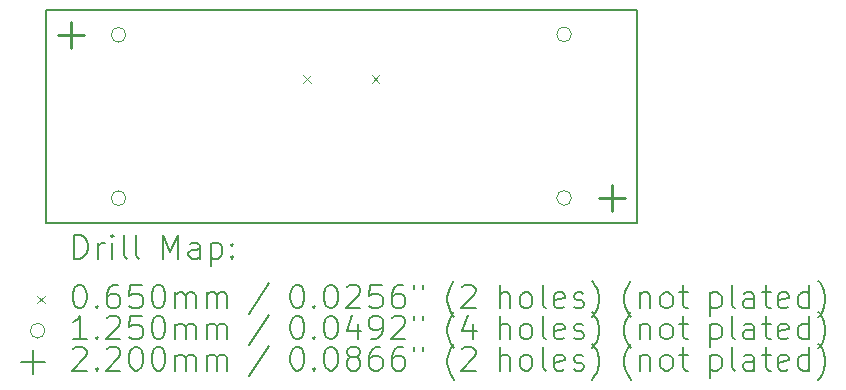
<source format=gbr>
%TF.GenerationSoftware,KiCad,Pcbnew,(7.0.0-0)*%
%TF.CreationDate,2023-08-09T13:50:22+02:00*%
%TF.ProjectId,shine-usb-c,7368696e-652d-4757-9362-2d632e6b6963,1*%
%TF.SameCoordinates,Original*%
%TF.FileFunction,Drillmap*%
%TF.FilePolarity,Positive*%
%FSLAX45Y45*%
G04 Gerber Fmt 4.5, Leading zero omitted, Abs format (unit mm)*
G04 Created by KiCad (PCBNEW (7.0.0-0)) date 2023-08-09 13:50:22*
%MOMM*%
%LPD*%
G01*
G04 APERTURE LIST*
%ADD10C,0.200000*%
%ADD11C,0.065000*%
%ADD12C,0.125000*%
%ADD13C,0.220000*%
G04 APERTURE END LIST*
D10*
X12800000Y-8700000D02*
X17800000Y-8700000D01*
X17800000Y-8700000D02*
X17800000Y-10500000D01*
X17800000Y-10500000D02*
X12800000Y-10500000D01*
X12800000Y-10500000D02*
X12800000Y-8700000D01*
D11*
X14978500Y-9253000D02*
X15043500Y-9318000D01*
X15043500Y-9253000D02*
X14978500Y-9318000D01*
X15556500Y-9253000D02*
X15621500Y-9318000D01*
X15621500Y-9253000D02*
X15556500Y-9318000D01*
D12*
X13475000Y-8910000D02*
G75*
G03*
X13475000Y-8910000I-62500J0D01*
G01*
X13475000Y-10292500D02*
G75*
G03*
X13475000Y-10292500I-62500J0D01*
G01*
X17247500Y-8905000D02*
G75*
G03*
X17247500Y-8905000I-62500J0D01*
G01*
X17247500Y-10290000D02*
G75*
G03*
X17247500Y-10290000I-62500J0D01*
G01*
D13*
X13010000Y-8800000D02*
X13010000Y-9020000D01*
X12900000Y-8910000D02*
X13120000Y-8910000D01*
X17590000Y-10180000D02*
X17590000Y-10400000D01*
X17480000Y-10290000D02*
X17700000Y-10290000D01*
D10*
X13037619Y-10803476D02*
X13037619Y-10603476D01*
X13037619Y-10603476D02*
X13085238Y-10603476D01*
X13085238Y-10603476D02*
X13113809Y-10613000D01*
X13113809Y-10613000D02*
X13132857Y-10632048D01*
X13132857Y-10632048D02*
X13142381Y-10651095D01*
X13142381Y-10651095D02*
X13151905Y-10689190D01*
X13151905Y-10689190D02*
X13151905Y-10717762D01*
X13151905Y-10717762D02*
X13142381Y-10755857D01*
X13142381Y-10755857D02*
X13132857Y-10774905D01*
X13132857Y-10774905D02*
X13113809Y-10793952D01*
X13113809Y-10793952D02*
X13085238Y-10803476D01*
X13085238Y-10803476D02*
X13037619Y-10803476D01*
X13237619Y-10803476D02*
X13237619Y-10670143D01*
X13237619Y-10708238D02*
X13247143Y-10689190D01*
X13247143Y-10689190D02*
X13256667Y-10679667D01*
X13256667Y-10679667D02*
X13275714Y-10670143D01*
X13275714Y-10670143D02*
X13294762Y-10670143D01*
X13361428Y-10803476D02*
X13361428Y-10670143D01*
X13361428Y-10603476D02*
X13351905Y-10613000D01*
X13351905Y-10613000D02*
X13361428Y-10622524D01*
X13361428Y-10622524D02*
X13370952Y-10613000D01*
X13370952Y-10613000D02*
X13361428Y-10603476D01*
X13361428Y-10603476D02*
X13361428Y-10622524D01*
X13485238Y-10803476D02*
X13466190Y-10793952D01*
X13466190Y-10793952D02*
X13456667Y-10774905D01*
X13456667Y-10774905D02*
X13456667Y-10603476D01*
X13590000Y-10803476D02*
X13570952Y-10793952D01*
X13570952Y-10793952D02*
X13561428Y-10774905D01*
X13561428Y-10774905D02*
X13561428Y-10603476D01*
X13786190Y-10803476D02*
X13786190Y-10603476D01*
X13786190Y-10603476D02*
X13852857Y-10746333D01*
X13852857Y-10746333D02*
X13919524Y-10603476D01*
X13919524Y-10603476D02*
X13919524Y-10803476D01*
X14100476Y-10803476D02*
X14100476Y-10698714D01*
X14100476Y-10698714D02*
X14090952Y-10679667D01*
X14090952Y-10679667D02*
X14071905Y-10670143D01*
X14071905Y-10670143D02*
X14033809Y-10670143D01*
X14033809Y-10670143D02*
X14014762Y-10679667D01*
X14100476Y-10793952D02*
X14081428Y-10803476D01*
X14081428Y-10803476D02*
X14033809Y-10803476D01*
X14033809Y-10803476D02*
X14014762Y-10793952D01*
X14014762Y-10793952D02*
X14005238Y-10774905D01*
X14005238Y-10774905D02*
X14005238Y-10755857D01*
X14005238Y-10755857D02*
X14014762Y-10736810D01*
X14014762Y-10736810D02*
X14033809Y-10727286D01*
X14033809Y-10727286D02*
X14081428Y-10727286D01*
X14081428Y-10727286D02*
X14100476Y-10717762D01*
X14195714Y-10670143D02*
X14195714Y-10870143D01*
X14195714Y-10679667D02*
X14214762Y-10670143D01*
X14214762Y-10670143D02*
X14252857Y-10670143D01*
X14252857Y-10670143D02*
X14271905Y-10679667D01*
X14271905Y-10679667D02*
X14281428Y-10689190D01*
X14281428Y-10689190D02*
X14290952Y-10708238D01*
X14290952Y-10708238D02*
X14290952Y-10765381D01*
X14290952Y-10765381D02*
X14281428Y-10784429D01*
X14281428Y-10784429D02*
X14271905Y-10793952D01*
X14271905Y-10793952D02*
X14252857Y-10803476D01*
X14252857Y-10803476D02*
X14214762Y-10803476D01*
X14214762Y-10803476D02*
X14195714Y-10793952D01*
X14376667Y-10784429D02*
X14386190Y-10793952D01*
X14386190Y-10793952D02*
X14376667Y-10803476D01*
X14376667Y-10803476D02*
X14367143Y-10793952D01*
X14367143Y-10793952D02*
X14376667Y-10784429D01*
X14376667Y-10784429D02*
X14376667Y-10803476D01*
X14376667Y-10679667D02*
X14386190Y-10689190D01*
X14386190Y-10689190D02*
X14376667Y-10698714D01*
X14376667Y-10698714D02*
X14367143Y-10689190D01*
X14367143Y-10689190D02*
X14376667Y-10679667D01*
X14376667Y-10679667D02*
X14376667Y-10698714D01*
D11*
X12725000Y-11117500D02*
X12790000Y-11182500D01*
X12790000Y-11117500D02*
X12725000Y-11182500D01*
D10*
X13075714Y-11023476D02*
X13094762Y-11023476D01*
X13094762Y-11023476D02*
X13113809Y-11033000D01*
X13113809Y-11033000D02*
X13123333Y-11042524D01*
X13123333Y-11042524D02*
X13132857Y-11061571D01*
X13132857Y-11061571D02*
X13142381Y-11099667D01*
X13142381Y-11099667D02*
X13142381Y-11147286D01*
X13142381Y-11147286D02*
X13132857Y-11185381D01*
X13132857Y-11185381D02*
X13123333Y-11204428D01*
X13123333Y-11204428D02*
X13113809Y-11213952D01*
X13113809Y-11213952D02*
X13094762Y-11223476D01*
X13094762Y-11223476D02*
X13075714Y-11223476D01*
X13075714Y-11223476D02*
X13056667Y-11213952D01*
X13056667Y-11213952D02*
X13047143Y-11204428D01*
X13047143Y-11204428D02*
X13037619Y-11185381D01*
X13037619Y-11185381D02*
X13028095Y-11147286D01*
X13028095Y-11147286D02*
X13028095Y-11099667D01*
X13028095Y-11099667D02*
X13037619Y-11061571D01*
X13037619Y-11061571D02*
X13047143Y-11042524D01*
X13047143Y-11042524D02*
X13056667Y-11033000D01*
X13056667Y-11033000D02*
X13075714Y-11023476D01*
X13228095Y-11204428D02*
X13237619Y-11213952D01*
X13237619Y-11213952D02*
X13228095Y-11223476D01*
X13228095Y-11223476D02*
X13218571Y-11213952D01*
X13218571Y-11213952D02*
X13228095Y-11204428D01*
X13228095Y-11204428D02*
X13228095Y-11223476D01*
X13409048Y-11023476D02*
X13370952Y-11023476D01*
X13370952Y-11023476D02*
X13351905Y-11033000D01*
X13351905Y-11033000D02*
X13342381Y-11042524D01*
X13342381Y-11042524D02*
X13323333Y-11071095D01*
X13323333Y-11071095D02*
X13313809Y-11109190D01*
X13313809Y-11109190D02*
X13313809Y-11185381D01*
X13313809Y-11185381D02*
X13323333Y-11204428D01*
X13323333Y-11204428D02*
X13332857Y-11213952D01*
X13332857Y-11213952D02*
X13351905Y-11223476D01*
X13351905Y-11223476D02*
X13390000Y-11223476D01*
X13390000Y-11223476D02*
X13409048Y-11213952D01*
X13409048Y-11213952D02*
X13418571Y-11204428D01*
X13418571Y-11204428D02*
X13428095Y-11185381D01*
X13428095Y-11185381D02*
X13428095Y-11137762D01*
X13428095Y-11137762D02*
X13418571Y-11118714D01*
X13418571Y-11118714D02*
X13409048Y-11109190D01*
X13409048Y-11109190D02*
X13390000Y-11099667D01*
X13390000Y-11099667D02*
X13351905Y-11099667D01*
X13351905Y-11099667D02*
X13332857Y-11109190D01*
X13332857Y-11109190D02*
X13323333Y-11118714D01*
X13323333Y-11118714D02*
X13313809Y-11137762D01*
X13609048Y-11023476D02*
X13513809Y-11023476D01*
X13513809Y-11023476D02*
X13504286Y-11118714D01*
X13504286Y-11118714D02*
X13513809Y-11109190D01*
X13513809Y-11109190D02*
X13532857Y-11099667D01*
X13532857Y-11099667D02*
X13580476Y-11099667D01*
X13580476Y-11099667D02*
X13599524Y-11109190D01*
X13599524Y-11109190D02*
X13609048Y-11118714D01*
X13609048Y-11118714D02*
X13618571Y-11137762D01*
X13618571Y-11137762D02*
X13618571Y-11185381D01*
X13618571Y-11185381D02*
X13609048Y-11204428D01*
X13609048Y-11204428D02*
X13599524Y-11213952D01*
X13599524Y-11213952D02*
X13580476Y-11223476D01*
X13580476Y-11223476D02*
X13532857Y-11223476D01*
X13532857Y-11223476D02*
X13513809Y-11213952D01*
X13513809Y-11213952D02*
X13504286Y-11204428D01*
X13742381Y-11023476D02*
X13761429Y-11023476D01*
X13761429Y-11023476D02*
X13780476Y-11033000D01*
X13780476Y-11033000D02*
X13790000Y-11042524D01*
X13790000Y-11042524D02*
X13799524Y-11061571D01*
X13799524Y-11061571D02*
X13809048Y-11099667D01*
X13809048Y-11099667D02*
X13809048Y-11147286D01*
X13809048Y-11147286D02*
X13799524Y-11185381D01*
X13799524Y-11185381D02*
X13790000Y-11204428D01*
X13790000Y-11204428D02*
X13780476Y-11213952D01*
X13780476Y-11213952D02*
X13761429Y-11223476D01*
X13761429Y-11223476D02*
X13742381Y-11223476D01*
X13742381Y-11223476D02*
X13723333Y-11213952D01*
X13723333Y-11213952D02*
X13713809Y-11204428D01*
X13713809Y-11204428D02*
X13704286Y-11185381D01*
X13704286Y-11185381D02*
X13694762Y-11147286D01*
X13694762Y-11147286D02*
X13694762Y-11099667D01*
X13694762Y-11099667D02*
X13704286Y-11061571D01*
X13704286Y-11061571D02*
X13713809Y-11042524D01*
X13713809Y-11042524D02*
X13723333Y-11033000D01*
X13723333Y-11033000D02*
X13742381Y-11023476D01*
X13894762Y-11223476D02*
X13894762Y-11090143D01*
X13894762Y-11109190D02*
X13904286Y-11099667D01*
X13904286Y-11099667D02*
X13923333Y-11090143D01*
X13923333Y-11090143D02*
X13951905Y-11090143D01*
X13951905Y-11090143D02*
X13970952Y-11099667D01*
X13970952Y-11099667D02*
X13980476Y-11118714D01*
X13980476Y-11118714D02*
X13980476Y-11223476D01*
X13980476Y-11118714D02*
X13990000Y-11099667D01*
X13990000Y-11099667D02*
X14009048Y-11090143D01*
X14009048Y-11090143D02*
X14037619Y-11090143D01*
X14037619Y-11090143D02*
X14056667Y-11099667D01*
X14056667Y-11099667D02*
X14066190Y-11118714D01*
X14066190Y-11118714D02*
X14066190Y-11223476D01*
X14161429Y-11223476D02*
X14161429Y-11090143D01*
X14161429Y-11109190D02*
X14170952Y-11099667D01*
X14170952Y-11099667D02*
X14190000Y-11090143D01*
X14190000Y-11090143D02*
X14218571Y-11090143D01*
X14218571Y-11090143D02*
X14237619Y-11099667D01*
X14237619Y-11099667D02*
X14247143Y-11118714D01*
X14247143Y-11118714D02*
X14247143Y-11223476D01*
X14247143Y-11118714D02*
X14256667Y-11099667D01*
X14256667Y-11099667D02*
X14275714Y-11090143D01*
X14275714Y-11090143D02*
X14304286Y-11090143D01*
X14304286Y-11090143D02*
X14323333Y-11099667D01*
X14323333Y-11099667D02*
X14332857Y-11118714D01*
X14332857Y-11118714D02*
X14332857Y-11223476D01*
X14690952Y-11013952D02*
X14519524Y-11271095D01*
X14915714Y-11023476D02*
X14934762Y-11023476D01*
X14934762Y-11023476D02*
X14953810Y-11033000D01*
X14953810Y-11033000D02*
X14963333Y-11042524D01*
X14963333Y-11042524D02*
X14972857Y-11061571D01*
X14972857Y-11061571D02*
X14982381Y-11099667D01*
X14982381Y-11099667D02*
X14982381Y-11147286D01*
X14982381Y-11147286D02*
X14972857Y-11185381D01*
X14972857Y-11185381D02*
X14963333Y-11204428D01*
X14963333Y-11204428D02*
X14953810Y-11213952D01*
X14953810Y-11213952D02*
X14934762Y-11223476D01*
X14934762Y-11223476D02*
X14915714Y-11223476D01*
X14915714Y-11223476D02*
X14896667Y-11213952D01*
X14896667Y-11213952D02*
X14887143Y-11204428D01*
X14887143Y-11204428D02*
X14877619Y-11185381D01*
X14877619Y-11185381D02*
X14868095Y-11147286D01*
X14868095Y-11147286D02*
X14868095Y-11099667D01*
X14868095Y-11099667D02*
X14877619Y-11061571D01*
X14877619Y-11061571D02*
X14887143Y-11042524D01*
X14887143Y-11042524D02*
X14896667Y-11033000D01*
X14896667Y-11033000D02*
X14915714Y-11023476D01*
X15068095Y-11204428D02*
X15077619Y-11213952D01*
X15077619Y-11213952D02*
X15068095Y-11223476D01*
X15068095Y-11223476D02*
X15058571Y-11213952D01*
X15058571Y-11213952D02*
X15068095Y-11204428D01*
X15068095Y-11204428D02*
X15068095Y-11223476D01*
X15201429Y-11023476D02*
X15220476Y-11023476D01*
X15220476Y-11023476D02*
X15239524Y-11033000D01*
X15239524Y-11033000D02*
X15249048Y-11042524D01*
X15249048Y-11042524D02*
X15258571Y-11061571D01*
X15258571Y-11061571D02*
X15268095Y-11099667D01*
X15268095Y-11099667D02*
X15268095Y-11147286D01*
X15268095Y-11147286D02*
X15258571Y-11185381D01*
X15258571Y-11185381D02*
X15249048Y-11204428D01*
X15249048Y-11204428D02*
X15239524Y-11213952D01*
X15239524Y-11213952D02*
X15220476Y-11223476D01*
X15220476Y-11223476D02*
X15201429Y-11223476D01*
X15201429Y-11223476D02*
X15182381Y-11213952D01*
X15182381Y-11213952D02*
X15172857Y-11204428D01*
X15172857Y-11204428D02*
X15163333Y-11185381D01*
X15163333Y-11185381D02*
X15153810Y-11147286D01*
X15153810Y-11147286D02*
X15153810Y-11099667D01*
X15153810Y-11099667D02*
X15163333Y-11061571D01*
X15163333Y-11061571D02*
X15172857Y-11042524D01*
X15172857Y-11042524D02*
X15182381Y-11033000D01*
X15182381Y-11033000D02*
X15201429Y-11023476D01*
X15344286Y-11042524D02*
X15353810Y-11033000D01*
X15353810Y-11033000D02*
X15372857Y-11023476D01*
X15372857Y-11023476D02*
X15420476Y-11023476D01*
X15420476Y-11023476D02*
X15439524Y-11033000D01*
X15439524Y-11033000D02*
X15449048Y-11042524D01*
X15449048Y-11042524D02*
X15458571Y-11061571D01*
X15458571Y-11061571D02*
X15458571Y-11080619D01*
X15458571Y-11080619D02*
X15449048Y-11109190D01*
X15449048Y-11109190D02*
X15334762Y-11223476D01*
X15334762Y-11223476D02*
X15458571Y-11223476D01*
X15639524Y-11023476D02*
X15544286Y-11023476D01*
X15544286Y-11023476D02*
X15534762Y-11118714D01*
X15534762Y-11118714D02*
X15544286Y-11109190D01*
X15544286Y-11109190D02*
X15563333Y-11099667D01*
X15563333Y-11099667D02*
X15610952Y-11099667D01*
X15610952Y-11099667D02*
X15630000Y-11109190D01*
X15630000Y-11109190D02*
X15639524Y-11118714D01*
X15639524Y-11118714D02*
X15649048Y-11137762D01*
X15649048Y-11137762D02*
X15649048Y-11185381D01*
X15649048Y-11185381D02*
X15639524Y-11204428D01*
X15639524Y-11204428D02*
X15630000Y-11213952D01*
X15630000Y-11213952D02*
X15610952Y-11223476D01*
X15610952Y-11223476D02*
X15563333Y-11223476D01*
X15563333Y-11223476D02*
X15544286Y-11213952D01*
X15544286Y-11213952D02*
X15534762Y-11204428D01*
X15820476Y-11023476D02*
X15782381Y-11023476D01*
X15782381Y-11023476D02*
X15763333Y-11033000D01*
X15763333Y-11033000D02*
X15753810Y-11042524D01*
X15753810Y-11042524D02*
X15734762Y-11071095D01*
X15734762Y-11071095D02*
X15725238Y-11109190D01*
X15725238Y-11109190D02*
X15725238Y-11185381D01*
X15725238Y-11185381D02*
X15734762Y-11204428D01*
X15734762Y-11204428D02*
X15744286Y-11213952D01*
X15744286Y-11213952D02*
X15763333Y-11223476D01*
X15763333Y-11223476D02*
X15801429Y-11223476D01*
X15801429Y-11223476D02*
X15820476Y-11213952D01*
X15820476Y-11213952D02*
X15830000Y-11204428D01*
X15830000Y-11204428D02*
X15839524Y-11185381D01*
X15839524Y-11185381D02*
X15839524Y-11137762D01*
X15839524Y-11137762D02*
X15830000Y-11118714D01*
X15830000Y-11118714D02*
X15820476Y-11109190D01*
X15820476Y-11109190D02*
X15801429Y-11099667D01*
X15801429Y-11099667D02*
X15763333Y-11099667D01*
X15763333Y-11099667D02*
X15744286Y-11109190D01*
X15744286Y-11109190D02*
X15734762Y-11118714D01*
X15734762Y-11118714D02*
X15725238Y-11137762D01*
X15915714Y-11023476D02*
X15915714Y-11061571D01*
X15991905Y-11023476D02*
X15991905Y-11061571D01*
X16254762Y-11299667D02*
X16245238Y-11290143D01*
X16245238Y-11290143D02*
X16226191Y-11261571D01*
X16226191Y-11261571D02*
X16216667Y-11242524D01*
X16216667Y-11242524D02*
X16207143Y-11213952D01*
X16207143Y-11213952D02*
X16197619Y-11166333D01*
X16197619Y-11166333D02*
X16197619Y-11128238D01*
X16197619Y-11128238D02*
X16207143Y-11080619D01*
X16207143Y-11080619D02*
X16216667Y-11052048D01*
X16216667Y-11052048D02*
X16226191Y-11033000D01*
X16226191Y-11033000D02*
X16245238Y-11004429D01*
X16245238Y-11004429D02*
X16254762Y-10994905D01*
X16321429Y-11042524D02*
X16330952Y-11033000D01*
X16330952Y-11033000D02*
X16350000Y-11023476D01*
X16350000Y-11023476D02*
X16397619Y-11023476D01*
X16397619Y-11023476D02*
X16416667Y-11033000D01*
X16416667Y-11033000D02*
X16426191Y-11042524D01*
X16426191Y-11042524D02*
X16435714Y-11061571D01*
X16435714Y-11061571D02*
X16435714Y-11080619D01*
X16435714Y-11080619D02*
X16426191Y-11109190D01*
X16426191Y-11109190D02*
X16311905Y-11223476D01*
X16311905Y-11223476D02*
X16435714Y-11223476D01*
X16641429Y-11223476D02*
X16641429Y-11023476D01*
X16727143Y-11223476D02*
X16727143Y-11118714D01*
X16727143Y-11118714D02*
X16717619Y-11099667D01*
X16717619Y-11099667D02*
X16698572Y-11090143D01*
X16698572Y-11090143D02*
X16670000Y-11090143D01*
X16670000Y-11090143D02*
X16650952Y-11099667D01*
X16650952Y-11099667D02*
X16641429Y-11109190D01*
X16850953Y-11223476D02*
X16831905Y-11213952D01*
X16831905Y-11213952D02*
X16822381Y-11204428D01*
X16822381Y-11204428D02*
X16812857Y-11185381D01*
X16812857Y-11185381D02*
X16812857Y-11128238D01*
X16812857Y-11128238D02*
X16822381Y-11109190D01*
X16822381Y-11109190D02*
X16831905Y-11099667D01*
X16831905Y-11099667D02*
X16850953Y-11090143D01*
X16850953Y-11090143D02*
X16879524Y-11090143D01*
X16879524Y-11090143D02*
X16898572Y-11099667D01*
X16898572Y-11099667D02*
X16908095Y-11109190D01*
X16908095Y-11109190D02*
X16917619Y-11128238D01*
X16917619Y-11128238D02*
X16917619Y-11185381D01*
X16917619Y-11185381D02*
X16908095Y-11204428D01*
X16908095Y-11204428D02*
X16898572Y-11213952D01*
X16898572Y-11213952D02*
X16879524Y-11223476D01*
X16879524Y-11223476D02*
X16850953Y-11223476D01*
X17031905Y-11223476D02*
X17012857Y-11213952D01*
X17012857Y-11213952D02*
X17003334Y-11194905D01*
X17003334Y-11194905D02*
X17003334Y-11023476D01*
X17184286Y-11213952D02*
X17165238Y-11223476D01*
X17165238Y-11223476D02*
X17127143Y-11223476D01*
X17127143Y-11223476D02*
X17108095Y-11213952D01*
X17108095Y-11213952D02*
X17098572Y-11194905D01*
X17098572Y-11194905D02*
X17098572Y-11118714D01*
X17098572Y-11118714D02*
X17108095Y-11099667D01*
X17108095Y-11099667D02*
X17127143Y-11090143D01*
X17127143Y-11090143D02*
X17165238Y-11090143D01*
X17165238Y-11090143D02*
X17184286Y-11099667D01*
X17184286Y-11099667D02*
X17193810Y-11118714D01*
X17193810Y-11118714D02*
X17193810Y-11137762D01*
X17193810Y-11137762D02*
X17098572Y-11156810D01*
X17270000Y-11213952D02*
X17289048Y-11223476D01*
X17289048Y-11223476D02*
X17327143Y-11223476D01*
X17327143Y-11223476D02*
X17346191Y-11213952D01*
X17346191Y-11213952D02*
X17355715Y-11194905D01*
X17355715Y-11194905D02*
X17355715Y-11185381D01*
X17355715Y-11185381D02*
X17346191Y-11166333D01*
X17346191Y-11166333D02*
X17327143Y-11156810D01*
X17327143Y-11156810D02*
X17298572Y-11156810D01*
X17298572Y-11156810D02*
X17279524Y-11147286D01*
X17279524Y-11147286D02*
X17270000Y-11128238D01*
X17270000Y-11128238D02*
X17270000Y-11118714D01*
X17270000Y-11118714D02*
X17279524Y-11099667D01*
X17279524Y-11099667D02*
X17298572Y-11090143D01*
X17298572Y-11090143D02*
X17327143Y-11090143D01*
X17327143Y-11090143D02*
X17346191Y-11099667D01*
X17422381Y-11299667D02*
X17431905Y-11290143D01*
X17431905Y-11290143D02*
X17450953Y-11261571D01*
X17450953Y-11261571D02*
X17460476Y-11242524D01*
X17460476Y-11242524D02*
X17470000Y-11213952D01*
X17470000Y-11213952D02*
X17479524Y-11166333D01*
X17479524Y-11166333D02*
X17479524Y-11128238D01*
X17479524Y-11128238D02*
X17470000Y-11080619D01*
X17470000Y-11080619D02*
X17460476Y-11052048D01*
X17460476Y-11052048D02*
X17450953Y-11033000D01*
X17450953Y-11033000D02*
X17431905Y-11004429D01*
X17431905Y-11004429D02*
X17422381Y-10994905D01*
X17751905Y-11299667D02*
X17742381Y-11290143D01*
X17742381Y-11290143D02*
X17723334Y-11261571D01*
X17723334Y-11261571D02*
X17713810Y-11242524D01*
X17713810Y-11242524D02*
X17704286Y-11213952D01*
X17704286Y-11213952D02*
X17694762Y-11166333D01*
X17694762Y-11166333D02*
X17694762Y-11128238D01*
X17694762Y-11128238D02*
X17704286Y-11080619D01*
X17704286Y-11080619D02*
X17713810Y-11052048D01*
X17713810Y-11052048D02*
X17723334Y-11033000D01*
X17723334Y-11033000D02*
X17742381Y-11004429D01*
X17742381Y-11004429D02*
X17751905Y-10994905D01*
X17828095Y-11090143D02*
X17828095Y-11223476D01*
X17828095Y-11109190D02*
X17837619Y-11099667D01*
X17837619Y-11099667D02*
X17856667Y-11090143D01*
X17856667Y-11090143D02*
X17885238Y-11090143D01*
X17885238Y-11090143D02*
X17904286Y-11099667D01*
X17904286Y-11099667D02*
X17913810Y-11118714D01*
X17913810Y-11118714D02*
X17913810Y-11223476D01*
X18037619Y-11223476D02*
X18018572Y-11213952D01*
X18018572Y-11213952D02*
X18009048Y-11204428D01*
X18009048Y-11204428D02*
X17999524Y-11185381D01*
X17999524Y-11185381D02*
X17999524Y-11128238D01*
X17999524Y-11128238D02*
X18009048Y-11109190D01*
X18009048Y-11109190D02*
X18018572Y-11099667D01*
X18018572Y-11099667D02*
X18037619Y-11090143D01*
X18037619Y-11090143D02*
X18066191Y-11090143D01*
X18066191Y-11090143D02*
X18085238Y-11099667D01*
X18085238Y-11099667D02*
X18094762Y-11109190D01*
X18094762Y-11109190D02*
X18104286Y-11128238D01*
X18104286Y-11128238D02*
X18104286Y-11185381D01*
X18104286Y-11185381D02*
X18094762Y-11204428D01*
X18094762Y-11204428D02*
X18085238Y-11213952D01*
X18085238Y-11213952D02*
X18066191Y-11223476D01*
X18066191Y-11223476D02*
X18037619Y-11223476D01*
X18161429Y-11090143D02*
X18237619Y-11090143D01*
X18190000Y-11023476D02*
X18190000Y-11194905D01*
X18190000Y-11194905D02*
X18199524Y-11213952D01*
X18199524Y-11213952D02*
X18218572Y-11223476D01*
X18218572Y-11223476D02*
X18237619Y-11223476D01*
X18424286Y-11090143D02*
X18424286Y-11290143D01*
X18424286Y-11099667D02*
X18443334Y-11090143D01*
X18443334Y-11090143D02*
X18481429Y-11090143D01*
X18481429Y-11090143D02*
X18500476Y-11099667D01*
X18500476Y-11099667D02*
X18510000Y-11109190D01*
X18510000Y-11109190D02*
X18519524Y-11128238D01*
X18519524Y-11128238D02*
X18519524Y-11185381D01*
X18519524Y-11185381D02*
X18510000Y-11204428D01*
X18510000Y-11204428D02*
X18500476Y-11213952D01*
X18500476Y-11213952D02*
X18481429Y-11223476D01*
X18481429Y-11223476D02*
X18443334Y-11223476D01*
X18443334Y-11223476D02*
X18424286Y-11213952D01*
X18633810Y-11223476D02*
X18614762Y-11213952D01*
X18614762Y-11213952D02*
X18605238Y-11194905D01*
X18605238Y-11194905D02*
X18605238Y-11023476D01*
X18795715Y-11223476D02*
X18795715Y-11118714D01*
X18795715Y-11118714D02*
X18786191Y-11099667D01*
X18786191Y-11099667D02*
X18767143Y-11090143D01*
X18767143Y-11090143D02*
X18729048Y-11090143D01*
X18729048Y-11090143D02*
X18710000Y-11099667D01*
X18795715Y-11213952D02*
X18776667Y-11223476D01*
X18776667Y-11223476D02*
X18729048Y-11223476D01*
X18729048Y-11223476D02*
X18710000Y-11213952D01*
X18710000Y-11213952D02*
X18700476Y-11194905D01*
X18700476Y-11194905D02*
X18700476Y-11175857D01*
X18700476Y-11175857D02*
X18710000Y-11156810D01*
X18710000Y-11156810D02*
X18729048Y-11147286D01*
X18729048Y-11147286D02*
X18776667Y-11147286D01*
X18776667Y-11147286D02*
X18795715Y-11137762D01*
X18862381Y-11090143D02*
X18938572Y-11090143D01*
X18890953Y-11023476D02*
X18890953Y-11194905D01*
X18890953Y-11194905D02*
X18900476Y-11213952D01*
X18900476Y-11213952D02*
X18919524Y-11223476D01*
X18919524Y-11223476D02*
X18938572Y-11223476D01*
X19081429Y-11213952D02*
X19062381Y-11223476D01*
X19062381Y-11223476D02*
X19024286Y-11223476D01*
X19024286Y-11223476D02*
X19005238Y-11213952D01*
X19005238Y-11213952D02*
X18995715Y-11194905D01*
X18995715Y-11194905D02*
X18995715Y-11118714D01*
X18995715Y-11118714D02*
X19005238Y-11099667D01*
X19005238Y-11099667D02*
X19024286Y-11090143D01*
X19024286Y-11090143D02*
X19062381Y-11090143D01*
X19062381Y-11090143D02*
X19081429Y-11099667D01*
X19081429Y-11099667D02*
X19090953Y-11118714D01*
X19090953Y-11118714D02*
X19090953Y-11137762D01*
X19090953Y-11137762D02*
X18995715Y-11156810D01*
X19262381Y-11223476D02*
X19262381Y-11023476D01*
X19262381Y-11213952D02*
X19243334Y-11223476D01*
X19243334Y-11223476D02*
X19205238Y-11223476D01*
X19205238Y-11223476D02*
X19186191Y-11213952D01*
X19186191Y-11213952D02*
X19176667Y-11204428D01*
X19176667Y-11204428D02*
X19167143Y-11185381D01*
X19167143Y-11185381D02*
X19167143Y-11128238D01*
X19167143Y-11128238D02*
X19176667Y-11109190D01*
X19176667Y-11109190D02*
X19186191Y-11099667D01*
X19186191Y-11099667D02*
X19205238Y-11090143D01*
X19205238Y-11090143D02*
X19243334Y-11090143D01*
X19243334Y-11090143D02*
X19262381Y-11099667D01*
X19338572Y-11299667D02*
X19348096Y-11290143D01*
X19348096Y-11290143D02*
X19367143Y-11261571D01*
X19367143Y-11261571D02*
X19376667Y-11242524D01*
X19376667Y-11242524D02*
X19386191Y-11213952D01*
X19386191Y-11213952D02*
X19395715Y-11166333D01*
X19395715Y-11166333D02*
X19395715Y-11128238D01*
X19395715Y-11128238D02*
X19386191Y-11080619D01*
X19386191Y-11080619D02*
X19376667Y-11052048D01*
X19376667Y-11052048D02*
X19367143Y-11033000D01*
X19367143Y-11033000D02*
X19348096Y-11004429D01*
X19348096Y-11004429D02*
X19338572Y-10994905D01*
D12*
X12790000Y-11414000D02*
G75*
G03*
X12790000Y-11414000I-62500J0D01*
G01*
D10*
X13142381Y-11487476D02*
X13028095Y-11487476D01*
X13085238Y-11487476D02*
X13085238Y-11287476D01*
X13085238Y-11287476D02*
X13066190Y-11316048D01*
X13066190Y-11316048D02*
X13047143Y-11335095D01*
X13047143Y-11335095D02*
X13028095Y-11344619D01*
X13228095Y-11468428D02*
X13237619Y-11477952D01*
X13237619Y-11477952D02*
X13228095Y-11487476D01*
X13228095Y-11487476D02*
X13218571Y-11477952D01*
X13218571Y-11477952D02*
X13228095Y-11468428D01*
X13228095Y-11468428D02*
X13228095Y-11487476D01*
X13313809Y-11306524D02*
X13323333Y-11297000D01*
X13323333Y-11297000D02*
X13342381Y-11287476D01*
X13342381Y-11287476D02*
X13390000Y-11287476D01*
X13390000Y-11287476D02*
X13409048Y-11297000D01*
X13409048Y-11297000D02*
X13418571Y-11306524D01*
X13418571Y-11306524D02*
X13428095Y-11325571D01*
X13428095Y-11325571D02*
X13428095Y-11344619D01*
X13428095Y-11344619D02*
X13418571Y-11373190D01*
X13418571Y-11373190D02*
X13304286Y-11487476D01*
X13304286Y-11487476D02*
X13428095Y-11487476D01*
X13609048Y-11287476D02*
X13513809Y-11287476D01*
X13513809Y-11287476D02*
X13504286Y-11382714D01*
X13504286Y-11382714D02*
X13513809Y-11373190D01*
X13513809Y-11373190D02*
X13532857Y-11363667D01*
X13532857Y-11363667D02*
X13580476Y-11363667D01*
X13580476Y-11363667D02*
X13599524Y-11373190D01*
X13599524Y-11373190D02*
X13609048Y-11382714D01*
X13609048Y-11382714D02*
X13618571Y-11401762D01*
X13618571Y-11401762D02*
X13618571Y-11449381D01*
X13618571Y-11449381D02*
X13609048Y-11468428D01*
X13609048Y-11468428D02*
X13599524Y-11477952D01*
X13599524Y-11477952D02*
X13580476Y-11487476D01*
X13580476Y-11487476D02*
X13532857Y-11487476D01*
X13532857Y-11487476D02*
X13513809Y-11477952D01*
X13513809Y-11477952D02*
X13504286Y-11468428D01*
X13742381Y-11287476D02*
X13761429Y-11287476D01*
X13761429Y-11287476D02*
X13780476Y-11297000D01*
X13780476Y-11297000D02*
X13790000Y-11306524D01*
X13790000Y-11306524D02*
X13799524Y-11325571D01*
X13799524Y-11325571D02*
X13809048Y-11363667D01*
X13809048Y-11363667D02*
X13809048Y-11411286D01*
X13809048Y-11411286D02*
X13799524Y-11449381D01*
X13799524Y-11449381D02*
X13790000Y-11468428D01*
X13790000Y-11468428D02*
X13780476Y-11477952D01*
X13780476Y-11477952D02*
X13761429Y-11487476D01*
X13761429Y-11487476D02*
X13742381Y-11487476D01*
X13742381Y-11487476D02*
X13723333Y-11477952D01*
X13723333Y-11477952D02*
X13713809Y-11468428D01*
X13713809Y-11468428D02*
X13704286Y-11449381D01*
X13704286Y-11449381D02*
X13694762Y-11411286D01*
X13694762Y-11411286D02*
X13694762Y-11363667D01*
X13694762Y-11363667D02*
X13704286Y-11325571D01*
X13704286Y-11325571D02*
X13713809Y-11306524D01*
X13713809Y-11306524D02*
X13723333Y-11297000D01*
X13723333Y-11297000D02*
X13742381Y-11287476D01*
X13894762Y-11487476D02*
X13894762Y-11354143D01*
X13894762Y-11373190D02*
X13904286Y-11363667D01*
X13904286Y-11363667D02*
X13923333Y-11354143D01*
X13923333Y-11354143D02*
X13951905Y-11354143D01*
X13951905Y-11354143D02*
X13970952Y-11363667D01*
X13970952Y-11363667D02*
X13980476Y-11382714D01*
X13980476Y-11382714D02*
X13980476Y-11487476D01*
X13980476Y-11382714D02*
X13990000Y-11363667D01*
X13990000Y-11363667D02*
X14009048Y-11354143D01*
X14009048Y-11354143D02*
X14037619Y-11354143D01*
X14037619Y-11354143D02*
X14056667Y-11363667D01*
X14056667Y-11363667D02*
X14066190Y-11382714D01*
X14066190Y-11382714D02*
X14066190Y-11487476D01*
X14161429Y-11487476D02*
X14161429Y-11354143D01*
X14161429Y-11373190D02*
X14170952Y-11363667D01*
X14170952Y-11363667D02*
X14190000Y-11354143D01*
X14190000Y-11354143D02*
X14218571Y-11354143D01*
X14218571Y-11354143D02*
X14237619Y-11363667D01*
X14237619Y-11363667D02*
X14247143Y-11382714D01*
X14247143Y-11382714D02*
X14247143Y-11487476D01*
X14247143Y-11382714D02*
X14256667Y-11363667D01*
X14256667Y-11363667D02*
X14275714Y-11354143D01*
X14275714Y-11354143D02*
X14304286Y-11354143D01*
X14304286Y-11354143D02*
X14323333Y-11363667D01*
X14323333Y-11363667D02*
X14332857Y-11382714D01*
X14332857Y-11382714D02*
X14332857Y-11487476D01*
X14690952Y-11277952D02*
X14519524Y-11535095D01*
X14915714Y-11287476D02*
X14934762Y-11287476D01*
X14934762Y-11287476D02*
X14953810Y-11297000D01*
X14953810Y-11297000D02*
X14963333Y-11306524D01*
X14963333Y-11306524D02*
X14972857Y-11325571D01*
X14972857Y-11325571D02*
X14982381Y-11363667D01*
X14982381Y-11363667D02*
X14982381Y-11411286D01*
X14982381Y-11411286D02*
X14972857Y-11449381D01*
X14972857Y-11449381D02*
X14963333Y-11468428D01*
X14963333Y-11468428D02*
X14953810Y-11477952D01*
X14953810Y-11477952D02*
X14934762Y-11487476D01*
X14934762Y-11487476D02*
X14915714Y-11487476D01*
X14915714Y-11487476D02*
X14896667Y-11477952D01*
X14896667Y-11477952D02*
X14887143Y-11468428D01*
X14887143Y-11468428D02*
X14877619Y-11449381D01*
X14877619Y-11449381D02*
X14868095Y-11411286D01*
X14868095Y-11411286D02*
X14868095Y-11363667D01*
X14868095Y-11363667D02*
X14877619Y-11325571D01*
X14877619Y-11325571D02*
X14887143Y-11306524D01*
X14887143Y-11306524D02*
X14896667Y-11297000D01*
X14896667Y-11297000D02*
X14915714Y-11287476D01*
X15068095Y-11468428D02*
X15077619Y-11477952D01*
X15077619Y-11477952D02*
X15068095Y-11487476D01*
X15068095Y-11487476D02*
X15058571Y-11477952D01*
X15058571Y-11477952D02*
X15068095Y-11468428D01*
X15068095Y-11468428D02*
X15068095Y-11487476D01*
X15201429Y-11287476D02*
X15220476Y-11287476D01*
X15220476Y-11287476D02*
X15239524Y-11297000D01*
X15239524Y-11297000D02*
X15249048Y-11306524D01*
X15249048Y-11306524D02*
X15258571Y-11325571D01*
X15258571Y-11325571D02*
X15268095Y-11363667D01*
X15268095Y-11363667D02*
X15268095Y-11411286D01*
X15268095Y-11411286D02*
X15258571Y-11449381D01*
X15258571Y-11449381D02*
X15249048Y-11468428D01*
X15249048Y-11468428D02*
X15239524Y-11477952D01*
X15239524Y-11477952D02*
X15220476Y-11487476D01*
X15220476Y-11487476D02*
X15201429Y-11487476D01*
X15201429Y-11487476D02*
X15182381Y-11477952D01*
X15182381Y-11477952D02*
X15172857Y-11468428D01*
X15172857Y-11468428D02*
X15163333Y-11449381D01*
X15163333Y-11449381D02*
X15153810Y-11411286D01*
X15153810Y-11411286D02*
X15153810Y-11363667D01*
X15153810Y-11363667D02*
X15163333Y-11325571D01*
X15163333Y-11325571D02*
X15172857Y-11306524D01*
X15172857Y-11306524D02*
X15182381Y-11297000D01*
X15182381Y-11297000D02*
X15201429Y-11287476D01*
X15439524Y-11354143D02*
X15439524Y-11487476D01*
X15391905Y-11277952D02*
X15344286Y-11420809D01*
X15344286Y-11420809D02*
X15468095Y-11420809D01*
X15553810Y-11487476D02*
X15591905Y-11487476D01*
X15591905Y-11487476D02*
X15610952Y-11477952D01*
X15610952Y-11477952D02*
X15620476Y-11468428D01*
X15620476Y-11468428D02*
X15639524Y-11439857D01*
X15639524Y-11439857D02*
X15649048Y-11401762D01*
X15649048Y-11401762D02*
X15649048Y-11325571D01*
X15649048Y-11325571D02*
X15639524Y-11306524D01*
X15639524Y-11306524D02*
X15630000Y-11297000D01*
X15630000Y-11297000D02*
X15610952Y-11287476D01*
X15610952Y-11287476D02*
X15572857Y-11287476D01*
X15572857Y-11287476D02*
X15553810Y-11297000D01*
X15553810Y-11297000D02*
X15544286Y-11306524D01*
X15544286Y-11306524D02*
X15534762Y-11325571D01*
X15534762Y-11325571D02*
X15534762Y-11373190D01*
X15534762Y-11373190D02*
X15544286Y-11392238D01*
X15544286Y-11392238D02*
X15553810Y-11401762D01*
X15553810Y-11401762D02*
X15572857Y-11411286D01*
X15572857Y-11411286D02*
X15610952Y-11411286D01*
X15610952Y-11411286D02*
X15630000Y-11401762D01*
X15630000Y-11401762D02*
X15639524Y-11392238D01*
X15639524Y-11392238D02*
X15649048Y-11373190D01*
X15725238Y-11306524D02*
X15734762Y-11297000D01*
X15734762Y-11297000D02*
X15753810Y-11287476D01*
X15753810Y-11287476D02*
X15801429Y-11287476D01*
X15801429Y-11287476D02*
X15820476Y-11297000D01*
X15820476Y-11297000D02*
X15830000Y-11306524D01*
X15830000Y-11306524D02*
X15839524Y-11325571D01*
X15839524Y-11325571D02*
X15839524Y-11344619D01*
X15839524Y-11344619D02*
X15830000Y-11373190D01*
X15830000Y-11373190D02*
X15715714Y-11487476D01*
X15715714Y-11487476D02*
X15839524Y-11487476D01*
X15915714Y-11287476D02*
X15915714Y-11325571D01*
X15991905Y-11287476D02*
X15991905Y-11325571D01*
X16254762Y-11563667D02*
X16245238Y-11554143D01*
X16245238Y-11554143D02*
X16226191Y-11525571D01*
X16226191Y-11525571D02*
X16216667Y-11506524D01*
X16216667Y-11506524D02*
X16207143Y-11477952D01*
X16207143Y-11477952D02*
X16197619Y-11430333D01*
X16197619Y-11430333D02*
X16197619Y-11392238D01*
X16197619Y-11392238D02*
X16207143Y-11344619D01*
X16207143Y-11344619D02*
X16216667Y-11316048D01*
X16216667Y-11316048D02*
X16226191Y-11297000D01*
X16226191Y-11297000D02*
X16245238Y-11268428D01*
X16245238Y-11268428D02*
X16254762Y-11258905D01*
X16416667Y-11354143D02*
X16416667Y-11487476D01*
X16369048Y-11277952D02*
X16321429Y-11420809D01*
X16321429Y-11420809D02*
X16445238Y-11420809D01*
X16641429Y-11487476D02*
X16641429Y-11287476D01*
X16727143Y-11487476D02*
X16727143Y-11382714D01*
X16727143Y-11382714D02*
X16717619Y-11363667D01*
X16717619Y-11363667D02*
X16698572Y-11354143D01*
X16698572Y-11354143D02*
X16670000Y-11354143D01*
X16670000Y-11354143D02*
X16650952Y-11363667D01*
X16650952Y-11363667D02*
X16641429Y-11373190D01*
X16850953Y-11487476D02*
X16831905Y-11477952D01*
X16831905Y-11477952D02*
X16822381Y-11468428D01*
X16822381Y-11468428D02*
X16812857Y-11449381D01*
X16812857Y-11449381D02*
X16812857Y-11392238D01*
X16812857Y-11392238D02*
X16822381Y-11373190D01*
X16822381Y-11373190D02*
X16831905Y-11363667D01*
X16831905Y-11363667D02*
X16850953Y-11354143D01*
X16850953Y-11354143D02*
X16879524Y-11354143D01*
X16879524Y-11354143D02*
X16898572Y-11363667D01*
X16898572Y-11363667D02*
X16908095Y-11373190D01*
X16908095Y-11373190D02*
X16917619Y-11392238D01*
X16917619Y-11392238D02*
X16917619Y-11449381D01*
X16917619Y-11449381D02*
X16908095Y-11468428D01*
X16908095Y-11468428D02*
X16898572Y-11477952D01*
X16898572Y-11477952D02*
X16879524Y-11487476D01*
X16879524Y-11487476D02*
X16850953Y-11487476D01*
X17031905Y-11487476D02*
X17012857Y-11477952D01*
X17012857Y-11477952D02*
X17003334Y-11458905D01*
X17003334Y-11458905D02*
X17003334Y-11287476D01*
X17184286Y-11477952D02*
X17165238Y-11487476D01*
X17165238Y-11487476D02*
X17127143Y-11487476D01*
X17127143Y-11487476D02*
X17108095Y-11477952D01*
X17108095Y-11477952D02*
X17098572Y-11458905D01*
X17098572Y-11458905D02*
X17098572Y-11382714D01*
X17098572Y-11382714D02*
X17108095Y-11363667D01*
X17108095Y-11363667D02*
X17127143Y-11354143D01*
X17127143Y-11354143D02*
X17165238Y-11354143D01*
X17165238Y-11354143D02*
X17184286Y-11363667D01*
X17184286Y-11363667D02*
X17193810Y-11382714D01*
X17193810Y-11382714D02*
X17193810Y-11401762D01*
X17193810Y-11401762D02*
X17098572Y-11420809D01*
X17270000Y-11477952D02*
X17289048Y-11487476D01*
X17289048Y-11487476D02*
X17327143Y-11487476D01*
X17327143Y-11487476D02*
X17346191Y-11477952D01*
X17346191Y-11477952D02*
X17355715Y-11458905D01*
X17355715Y-11458905D02*
X17355715Y-11449381D01*
X17355715Y-11449381D02*
X17346191Y-11430333D01*
X17346191Y-11430333D02*
X17327143Y-11420809D01*
X17327143Y-11420809D02*
X17298572Y-11420809D01*
X17298572Y-11420809D02*
X17279524Y-11411286D01*
X17279524Y-11411286D02*
X17270000Y-11392238D01*
X17270000Y-11392238D02*
X17270000Y-11382714D01*
X17270000Y-11382714D02*
X17279524Y-11363667D01*
X17279524Y-11363667D02*
X17298572Y-11354143D01*
X17298572Y-11354143D02*
X17327143Y-11354143D01*
X17327143Y-11354143D02*
X17346191Y-11363667D01*
X17422381Y-11563667D02*
X17431905Y-11554143D01*
X17431905Y-11554143D02*
X17450953Y-11525571D01*
X17450953Y-11525571D02*
X17460476Y-11506524D01*
X17460476Y-11506524D02*
X17470000Y-11477952D01*
X17470000Y-11477952D02*
X17479524Y-11430333D01*
X17479524Y-11430333D02*
X17479524Y-11392238D01*
X17479524Y-11392238D02*
X17470000Y-11344619D01*
X17470000Y-11344619D02*
X17460476Y-11316048D01*
X17460476Y-11316048D02*
X17450953Y-11297000D01*
X17450953Y-11297000D02*
X17431905Y-11268428D01*
X17431905Y-11268428D02*
X17422381Y-11258905D01*
X17751905Y-11563667D02*
X17742381Y-11554143D01*
X17742381Y-11554143D02*
X17723334Y-11525571D01*
X17723334Y-11525571D02*
X17713810Y-11506524D01*
X17713810Y-11506524D02*
X17704286Y-11477952D01*
X17704286Y-11477952D02*
X17694762Y-11430333D01*
X17694762Y-11430333D02*
X17694762Y-11392238D01*
X17694762Y-11392238D02*
X17704286Y-11344619D01*
X17704286Y-11344619D02*
X17713810Y-11316048D01*
X17713810Y-11316048D02*
X17723334Y-11297000D01*
X17723334Y-11297000D02*
X17742381Y-11268428D01*
X17742381Y-11268428D02*
X17751905Y-11258905D01*
X17828095Y-11354143D02*
X17828095Y-11487476D01*
X17828095Y-11373190D02*
X17837619Y-11363667D01*
X17837619Y-11363667D02*
X17856667Y-11354143D01*
X17856667Y-11354143D02*
X17885238Y-11354143D01*
X17885238Y-11354143D02*
X17904286Y-11363667D01*
X17904286Y-11363667D02*
X17913810Y-11382714D01*
X17913810Y-11382714D02*
X17913810Y-11487476D01*
X18037619Y-11487476D02*
X18018572Y-11477952D01*
X18018572Y-11477952D02*
X18009048Y-11468428D01*
X18009048Y-11468428D02*
X17999524Y-11449381D01*
X17999524Y-11449381D02*
X17999524Y-11392238D01*
X17999524Y-11392238D02*
X18009048Y-11373190D01*
X18009048Y-11373190D02*
X18018572Y-11363667D01*
X18018572Y-11363667D02*
X18037619Y-11354143D01*
X18037619Y-11354143D02*
X18066191Y-11354143D01*
X18066191Y-11354143D02*
X18085238Y-11363667D01*
X18085238Y-11363667D02*
X18094762Y-11373190D01*
X18094762Y-11373190D02*
X18104286Y-11392238D01*
X18104286Y-11392238D02*
X18104286Y-11449381D01*
X18104286Y-11449381D02*
X18094762Y-11468428D01*
X18094762Y-11468428D02*
X18085238Y-11477952D01*
X18085238Y-11477952D02*
X18066191Y-11487476D01*
X18066191Y-11487476D02*
X18037619Y-11487476D01*
X18161429Y-11354143D02*
X18237619Y-11354143D01*
X18190000Y-11287476D02*
X18190000Y-11458905D01*
X18190000Y-11458905D02*
X18199524Y-11477952D01*
X18199524Y-11477952D02*
X18218572Y-11487476D01*
X18218572Y-11487476D02*
X18237619Y-11487476D01*
X18424286Y-11354143D02*
X18424286Y-11554143D01*
X18424286Y-11363667D02*
X18443334Y-11354143D01*
X18443334Y-11354143D02*
X18481429Y-11354143D01*
X18481429Y-11354143D02*
X18500476Y-11363667D01*
X18500476Y-11363667D02*
X18510000Y-11373190D01*
X18510000Y-11373190D02*
X18519524Y-11392238D01*
X18519524Y-11392238D02*
X18519524Y-11449381D01*
X18519524Y-11449381D02*
X18510000Y-11468428D01*
X18510000Y-11468428D02*
X18500476Y-11477952D01*
X18500476Y-11477952D02*
X18481429Y-11487476D01*
X18481429Y-11487476D02*
X18443334Y-11487476D01*
X18443334Y-11487476D02*
X18424286Y-11477952D01*
X18633810Y-11487476D02*
X18614762Y-11477952D01*
X18614762Y-11477952D02*
X18605238Y-11458905D01*
X18605238Y-11458905D02*
X18605238Y-11287476D01*
X18795715Y-11487476D02*
X18795715Y-11382714D01*
X18795715Y-11382714D02*
X18786191Y-11363667D01*
X18786191Y-11363667D02*
X18767143Y-11354143D01*
X18767143Y-11354143D02*
X18729048Y-11354143D01*
X18729048Y-11354143D02*
X18710000Y-11363667D01*
X18795715Y-11477952D02*
X18776667Y-11487476D01*
X18776667Y-11487476D02*
X18729048Y-11487476D01*
X18729048Y-11487476D02*
X18710000Y-11477952D01*
X18710000Y-11477952D02*
X18700476Y-11458905D01*
X18700476Y-11458905D02*
X18700476Y-11439857D01*
X18700476Y-11439857D02*
X18710000Y-11420809D01*
X18710000Y-11420809D02*
X18729048Y-11411286D01*
X18729048Y-11411286D02*
X18776667Y-11411286D01*
X18776667Y-11411286D02*
X18795715Y-11401762D01*
X18862381Y-11354143D02*
X18938572Y-11354143D01*
X18890953Y-11287476D02*
X18890953Y-11458905D01*
X18890953Y-11458905D02*
X18900476Y-11477952D01*
X18900476Y-11477952D02*
X18919524Y-11487476D01*
X18919524Y-11487476D02*
X18938572Y-11487476D01*
X19081429Y-11477952D02*
X19062381Y-11487476D01*
X19062381Y-11487476D02*
X19024286Y-11487476D01*
X19024286Y-11487476D02*
X19005238Y-11477952D01*
X19005238Y-11477952D02*
X18995715Y-11458905D01*
X18995715Y-11458905D02*
X18995715Y-11382714D01*
X18995715Y-11382714D02*
X19005238Y-11363667D01*
X19005238Y-11363667D02*
X19024286Y-11354143D01*
X19024286Y-11354143D02*
X19062381Y-11354143D01*
X19062381Y-11354143D02*
X19081429Y-11363667D01*
X19081429Y-11363667D02*
X19090953Y-11382714D01*
X19090953Y-11382714D02*
X19090953Y-11401762D01*
X19090953Y-11401762D02*
X18995715Y-11420809D01*
X19262381Y-11487476D02*
X19262381Y-11287476D01*
X19262381Y-11477952D02*
X19243334Y-11487476D01*
X19243334Y-11487476D02*
X19205238Y-11487476D01*
X19205238Y-11487476D02*
X19186191Y-11477952D01*
X19186191Y-11477952D02*
X19176667Y-11468428D01*
X19176667Y-11468428D02*
X19167143Y-11449381D01*
X19167143Y-11449381D02*
X19167143Y-11392238D01*
X19167143Y-11392238D02*
X19176667Y-11373190D01*
X19176667Y-11373190D02*
X19186191Y-11363667D01*
X19186191Y-11363667D02*
X19205238Y-11354143D01*
X19205238Y-11354143D02*
X19243334Y-11354143D01*
X19243334Y-11354143D02*
X19262381Y-11363667D01*
X19338572Y-11563667D02*
X19348096Y-11554143D01*
X19348096Y-11554143D02*
X19367143Y-11525571D01*
X19367143Y-11525571D02*
X19376667Y-11506524D01*
X19376667Y-11506524D02*
X19386191Y-11477952D01*
X19386191Y-11477952D02*
X19395715Y-11430333D01*
X19395715Y-11430333D02*
X19395715Y-11392238D01*
X19395715Y-11392238D02*
X19386191Y-11344619D01*
X19386191Y-11344619D02*
X19376667Y-11316048D01*
X19376667Y-11316048D02*
X19367143Y-11297000D01*
X19367143Y-11297000D02*
X19348096Y-11268428D01*
X19348096Y-11268428D02*
X19338572Y-11258905D01*
X12690000Y-11578000D02*
X12690000Y-11778000D01*
X12590000Y-11678000D02*
X12790000Y-11678000D01*
X13028095Y-11570524D02*
X13037619Y-11561000D01*
X13037619Y-11561000D02*
X13056667Y-11551476D01*
X13056667Y-11551476D02*
X13104286Y-11551476D01*
X13104286Y-11551476D02*
X13123333Y-11561000D01*
X13123333Y-11561000D02*
X13132857Y-11570524D01*
X13132857Y-11570524D02*
X13142381Y-11589571D01*
X13142381Y-11589571D02*
X13142381Y-11608619D01*
X13142381Y-11608619D02*
X13132857Y-11637190D01*
X13132857Y-11637190D02*
X13018571Y-11751476D01*
X13018571Y-11751476D02*
X13142381Y-11751476D01*
X13228095Y-11732428D02*
X13237619Y-11741952D01*
X13237619Y-11741952D02*
X13228095Y-11751476D01*
X13228095Y-11751476D02*
X13218571Y-11741952D01*
X13218571Y-11741952D02*
X13228095Y-11732428D01*
X13228095Y-11732428D02*
X13228095Y-11751476D01*
X13313809Y-11570524D02*
X13323333Y-11561000D01*
X13323333Y-11561000D02*
X13342381Y-11551476D01*
X13342381Y-11551476D02*
X13390000Y-11551476D01*
X13390000Y-11551476D02*
X13409048Y-11561000D01*
X13409048Y-11561000D02*
X13418571Y-11570524D01*
X13418571Y-11570524D02*
X13428095Y-11589571D01*
X13428095Y-11589571D02*
X13428095Y-11608619D01*
X13428095Y-11608619D02*
X13418571Y-11637190D01*
X13418571Y-11637190D02*
X13304286Y-11751476D01*
X13304286Y-11751476D02*
X13428095Y-11751476D01*
X13551905Y-11551476D02*
X13570952Y-11551476D01*
X13570952Y-11551476D02*
X13590000Y-11561000D01*
X13590000Y-11561000D02*
X13599524Y-11570524D01*
X13599524Y-11570524D02*
X13609048Y-11589571D01*
X13609048Y-11589571D02*
X13618571Y-11627667D01*
X13618571Y-11627667D02*
X13618571Y-11675286D01*
X13618571Y-11675286D02*
X13609048Y-11713381D01*
X13609048Y-11713381D02*
X13599524Y-11732428D01*
X13599524Y-11732428D02*
X13590000Y-11741952D01*
X13590000Y-11741952D02*
X13570952Y-11751476D01*
X13570952Y-11751476D02*
X13551905Y-11751476D01*
X13551905Y-11751476D02*
X13532857Y-11741952D01*
X13532857Y-11741952D02*
X13523333Y-11732428D01*
X13523333Y-11732428D02*
X13513809Y-11713381D01*
X13513809Y-11713381D02*
X13504286Y-11675286D01*
X13504286Y-11675286D02*
X13504286Y-11627667D01*
X13504286Y-11627667D02*
X13513809Y-11589571D01*
X13513809Y-11589571D02*
X13523333Y-11570524D01*
X13523333Y-11570524D02*
X13532857Y-11561000D01*
X13532857Y-11561000D02*
X13551905Y-11551476D01*
X13742381Y-11551476D02*
X13761429Y-11551476D01*
X13761429Y-11551476D02*
X13780476Y-11561000D01*
X13780476Y-11561000D02*
X13790000Y-11570524D01*
X13790000Y-11570524D02*
X13799524Y-11589571D01*
X13799524Y-11589571D02*
X13809048Y-11627667D01*
X13809048Y-11627667D02*
X13809048Y-11675286D01*
X13809048Y-11675286D02*
X13799524Y-11713381D01*
X13799524Y-11713381D02*
X13790000Y-11732428D01*
X13790000Y-11732428D02*
X13780476Y-11741952D01*
X13780476Y-11741952D02*
X13761429Y-11751476D01*
X13761429Y-11751476D02*
X13742381Y-11751476D01*
X13742381Y-11751476D02*
X13723333Y-11741952D01*
X13723333Y-11741952D02*
X13713809Y-11732428D01*
X13713809Y-11732428D02*
X13704286Y-11713381D01*
X13704286Y-11713381D02*
X13694762Y-11675286D01*
X13694762Y-11675286D02*
X13694762Y-11627667D01*
X13694762Y-11627667D02*
X13704286Y-11589571D01*
X13704286Y-11589571D02*
X13713809Y-11570524D01*
X13713809Y-11570524D02*
X13723333Y-11561000D01*
X13723333Y-11561000D02*
X13742381Y-11551476D01*
X13894762Y-11751476D02*
X13894762Y-11618143D01*
X13894762Y-11637190D02*
X13904286Y-11627667D01*
X13904286Y-11627667D02*
X13923333Y-11618143D01*
X13923333Y-11618143D02*
X13951905Y-11618143D01*
X13951905Y-11618143D02*
X13970952Y-11627667D01*
X13970952Y-11627667D02*
X13980476Y-11646714D01*
X13980476Y-11646714D02*
X13980476Y-11751476D01*
X13980476Y-11646714D02*
X13990000Y-11627667D01*
X13990000Y-11627667D02*
X14009048Y-11618143D01*
X14009048Y-11618143D02*
X14037619Y-11618143D01*
X14037619Y-11618143D02*
X14056667Y-11627667D01*
X14056667Y-11627667D02*
X14066190Y-11646714D01*
X14066190Y-11646714D02*
X14066190Y-11751476D01*
X14161429Y-11751476D02*
X14161429Y-11618143D01*
X14161429Y-11637190D02*
X14170952Y-11627667D01*
X14170952Y-11627667D02*
X14190000Y-11618143D01*
X14190000Y-11618143D02*
X14218571Y-11618143D01*
X14218571Y-11618143D02*
X14237619Y-11627667D01*
X14237619Y-11627667D02*
X14247143Y-11646714D01*
X14247143Y-11646714D02*
X14247143Y-11751476D01*
X14247143Y-11646714D02*
X14256667Y-11627667D01*
X14256667Y-11627667D02*
X14275714Y-11618143D01*
X14275714Y-11618143D02*
X14304286Y-11618143D01*
X14304286Y-11618143D02*
X14323333Y-11627667D01*
X14323333Y-11627667D02*
X14332857Y-11646714D01*
X14332857Y-11646714D02*
X14332857Y-11751476D01*
X14690952Y-11541952D02*
X14519524Y-11799095D01*
X14915714Y-11551476D02*
X14934762Y-11551476D01*
X14934762Y-11551476D02*
X14953810Y-11561000D01*
X14953810Y-11561000D02*
X14963333Y-11570524D01*
X14963333Y-11570524D02*
X14972857Y-11589571D01*
X14972857Y-11589571D02*
X14982381Y-11627667D01*
X14982381Y-11627667D02*
X14982381Y-11675286D01*
X14982381Y-11675286D02*
X14972857Y-11713381D01*
X14972857Y-11713381D02*
X14963333Y-11732428D01*
X14963333Y-11732428D02*
X14953810Y-11741952D01*
X14953810Y-11741952D02*
X14934762Y-11751476D01*
X14934762Y-11751476D02*
X14915714Y-11751476D01*
X14915714Y-11751476D02*
X14896667Y-11741952D01*
X14896667Y-11741952D02*
X14887143Y-11732428D01*
X14887143Y-11732428D02*
X14877619Y-11713381D01*
X14877619Y-11713381D02*
X14868095Y-11675286D01*
X14868095Y-11675286D02*
X14868095Y-11627667D01*
X14868095Y-11627667D02*
X14877619Y-11589571D01*
X14877619Y-11589571D02*
X14887143Y-11570524D01*
X14887143Y-11570524D02*
X14896667Y-11561000D01*
X14896667Y-11561000D02*
X14915714Y-11551476D01*
X15068095Y-11732428D02*
X15077619Y-11741952D01*
X15077619Y-11741952D02*
X15068095Y-11751476D01*
X15068095Y-11751476D02*
X15058571Y-11741952D01*
X15058571Y-11741952D02*
X15068095Y-11732428D01*
X15068095Y-11732428D02*
X15068095Y-11751476D01*
X15201429Y-11551476D02*
X15220476Y-11551476D01*
X15220476Y-11551476D02*
X15239524Y-11561000D01*
X15239524Y-11561000D02*
X15249048Y-11570524D01*
X15249048Y-11570524D02*
X15258571Y-11589571D01*
X15258571Y-11589571D02*
X15268095Y-11627667D01*
X15268095Y-11627667D02*
X15268095Y-11675286D01*
X15268095Y-11675286D02*
X15258571Y-11713381D01*
X15258571Y-11713381D02*
X15249048Y-11732428D01*
X15249048Y-11732428D02*
X15239524Y-11741952D01*
X15239524Y-11741952D02*
X15220476Y-11751476D01*
X15220476Y-11751476D02*
X15201429Y-11751476D01*
X15201429Y-11751476D02*
X15182381Y-11741952D01*
X15182381Y-11741952D02*
X15172857Y-11732428D01*
X15172857Y-11732428D02*
X15163333Y-11713381D01*
X15163333Y-11713381D02*
X15153810Y-11675286D01*
X15153810Y-11675286D02*
X15153810Y-11627667D01*
X15153810Y-11627667D02*
X15163333Y-11589571D01*
X15163333Y-11589571D02*
X15172857Y-11570524D01*
X15172857Y-11570524D02*
X15182381Y-11561000D01*
X15182381Y-11561000D02*
X15201429Y-11551476D01*
X15382381Y-11637190D02*
X15363333Y-11627667D01*
X15363333Y-11627667D02*
X15353810Y-11618143D01*
X15353810Y-11618143D02*
X15344286Y-11599095D01*
X15344286Y-11599095D02*
X15344286Y-11589571D01*
X15344286Y-11589571D02*
X15353810Y-11570524D01*
X15353810Y-11570524D02*
X15363333Y-11561000D01*
X15363333Y-11561000D02*
X15382381Y-11551476D01*
X15382381Y-11551476D02*
X15420476Y-11551476D01*
X15420476Y-11551476D02*
X15439524Y-11561000D01*
X15439524Y-11561000D02*
X15449048Y-11570524D01*
X15449048Y-11570524D02*
X15458571Y-11589571D01*
X15458571Y-11589571D02*
X15458571Y-11599095D01*
X15458571Y-11599095D02*
X15449048Y-11618143D01*
X15449048Y-11618143D02*
X15439524Y-11627667D01*
X15439524Y-11627667D02*
X15420476Y-11637190D01*
X15420476Y-11637190D02*
X15382381Y-11637190D01*
X15382381Y-11637190D02*
X15363333Y-11646714D01*
X15363333Y-11646714D02*
X15353810Y-11656238D01*
X15353810Y-11656238D02*
X15344286Y-11675286D01*
X15344286Y-11675286D02*
X15344286Y-11713381D01*
X15344286Y-11713381D02*
X15353810Y-11732428D01*
X15353810Y-11732428D02*
X15363333Y-11741952D01*
X15363333Y-11741952D02*
X15382381Y-11751476D01*
X15382381Y-11751476D02*
X15420476Y-11751476D01*
X15420476Y-11751476D02*
X15439524Y-11741952D01*
X15439524Y-11741952D02*
X15449048Y-11732428D01*
X15449048Y-11732428D02*
X15458571Y-11713381D01*
X15458571Y-11713381D02*
X15458571Y-11675286D01*
X15458571Y-11675286D02*
X15449048Y-11656238D01*
X15449048Y-11656238D02*
X15439524Y-11646714D01*
X15439524Y-11646714D02*
X15420476Y-11637190D01*
X15630000Y-11551476D02*
X15591905Y-11551476D01*
X15591905Y-11551476D02*
X15572857Y-11561000D01*
X15572857Y-11561000D02*
X15563333Y-11570524D01*
X15563333Y-11570524D02*
X15544286Y-11599095D01*
X15544286Y-11599095D02*
X15534762Y-11637190D01*
X15534762Y-11637190D02*
X15534762Y-11713381D01*
X15534762Y-11713381D02*
X15544286Y-11732428D01*
X15544286Y-11732428D02*
X15553810Y-11741952D01*
X15553810Y-11741952D02*
X15572857Y-11751476D01*
X15572857Y-11751476D02*
X15610952Y-11751476D01*
X15610952Y-11751476D02*
X15630000Y-11741952D01*
X15630000Y-11741952D02*
X15639524Y-11732428D01*
X15639524Y-11732428D02*
X15649048Y-11713381D01*
X15649048Y-11713381D02*
X15649048Y-11665762D01*
X15649048Y-11665762D02*
X15639524Y-11646714D01*
X15639524Y-11646714D02*
X15630000Y-11637190D01*
X15630000Y-11637190D02*
X15610952Y-11627667D01*
X15610952Y-11627667D02*
X15572857Y-11627667D01*
X15572857Y-11627667D02*
X15553810Y-11637190D01*
X15553810Y-11637190D02*
X15544286Y-11646714D01*
X15544286Y-11646714D02*
X15534762Y-11665762D01*
X15820476Y-11551476D02*
X15782381Y-11551476D01*
X15782381Y-11551476D02*
X15763333Y-11561000D01*
X15763333Y-11561000D02*
X15753810Y-11570524D01*
X15753810Y-11570524D02*
X15734762Y-11599095D01*
X15734762Y-11599095D02*
X15725238Y-11637190D01*
X15725238Y-11637190D02*
X15725238Y-11713381D01*
X15725238Y-11713381D02*
X15734762Y-11732428D01*
X15734762Y-11732428D02*
X15744286Y-11741952D01*
X15744286Y-11741952D02*
X15763333Y-11751476D01*
X15763333Y-11751476D02*
X15801429Y-11751476D01*
X15801429Y-11751476D02*
X15820476Y-11741952D01*
X15820476Y-11741952D02*
X15830000Y-11732428D01*
X15830000Y-11732428D02*
X15839524Y-11713381D01*
X15839524Y-11713381D02*
X15839524Y-11665762D01*
X15839524Y-11665762D02*
X15830000Y-11646714D01*
X15830000Y-11646714D02*
X15820476Y-11637190D01*
X15820476Y-11637190D02*
X15801429Y-11627667D01*
X15801429Y-11627667D02*
X15763333Y-11627667D01*
X15763333Y-11627667D02*
X15744286Y-11637190D01*
X15744286Y-11637190D02*
X15734762Y-11646714D01*
X15734762Y-11646714D02*
X15725238Y-11665762D01*
X15915714Y-11551476D02*
X15915714Y-11589571D01*
X15991905Y-11551476D02*
X15991905Y-11589571D01*
X16254762Y-11827667D02*
X16245238Y-11818143D01*
X16245238Y-11818143D02*
X16226191Y-11789571D01*
X16226191Y-11789571D02*
X16216667Y-11770524D01*
X16216667Y-11770524D02*
X16207143Y-11741952D01*
X16207143Y-11741952D02*
X16197619Y-11694333D01*
X16197619Y-11694333D02*
X16197619Y-11656238D01*
X16197619Y-11656238D02*
X16207143Y-11608619D01*
X16207143Y-11608619D02*
X16216667Y-11580048D01*
X16216667Y-11580048D02*
X16226191Y-11561000D01*
X16226191Y-11561000D02*
X16245238Y-11532428D01*
X16245238Y-11532428D02*
X16254762Y-11522905D01*
X16321429Y-11570524D02*
X16330952Y-11561000D01*
X16330952Y-11561000D02*
X16350000Y-11551476D01*
X16350000Y-11551476D02*
X16397619Y-11551476D01*
X16397619Y-11551476D02*
X16416667Y-11561000D01*
X16416667Y-11561000D02*
X16426191Y-11570524D01*
X16426191Y-11570524D02*
X16435714Y-11589571D01*
X16435714Y-11589571D02*
X16435714Y-11608619D01*
X16435714Y-11608619D02*
X16426191Y-11637190D01*
X16426191Y-11637190D02*
X16311905Y-11751476D01*
X16311905Y-11751476D02*
X16435714Y-11751476D01*
X16641429Y-11751476D02*
X16641429Y-11551476D01*
X16727143Y-11751476D02*
X16727143Y-11646714D01*
X16727143Y-11646714D02*
X16717619Y-11627667D01*
X16717619Y-11627667D02*
X16698572Y-11618143D01*
X16698572Y-11618143D02*
X16670000Y-11618143D01*
X16670000Y-11618143D02*
X16650952Y-11627667D01*
X16650952Y-11627667D02*
X16641429Y-11637190D01*
X16850953Y-11751476D02*
X16831905Y-11741952D01*
X16831905Y-11741952D02*
X16822381Y-11732428D01*
X16822381Y-11732428D02*
X16812857Y-11713381D01*
X16812857Y-11713381D02*
X16812857Y-11656238D01*
X16812857Y-11656238D02*
X16822381Y-11637190D01*
X16822381Y-11637190D02*
X16831905Y-11627667D01*
X16831905Y-11627667D02*
X16850953Y-11618143D01*
X16850953Y-11618143D02*
X16879524Y-11618143D01*
X16879524Y-11618143D02*
X16898572Y-11627667D01*
X16898572Y-11627667D02*
X16908095Y-11637190D01*
X16908095Y-11637190D02*
X16917619Y-11656238D01*
X16917619Y-11656238D02*
X16917619Y-11713381D01*
X16917619Y-11713381D02*
X16908095Y-11732428D01*
X16908095Y-11732428D02*
X16898572Y-11741952D01*
X16898572Y-11741952D02*
X16879524Y-11751476D01*
X16879524Y-11751476D02*
X16850953Y-11751476D01*
X17031905Y-11751476D02*
X17012857Y-11741952D01*
X17012857Y-11741952D02*
X17003334Y-11722905D01*
X17003334Y-11722905D02*
X17003334Y-11551476D01*
X17184286Y-11741952D02*
X17165238Y-11751476D01*
X17165238Y-11751476D02*
X17127143Y-11751476D01*
X17127143Y-11751476D02*
X17108095Y-11741952D01*
X17108095Y-11741952D02*
X17098572Y-11722905D01*
X17098572Y-11722905D02*
X17098572Y-11646714D01*
X17098572Y-11646714D02*
X17108095Y-11627667D01*
X17108095Y-11627667D02*
X17127143Y-11618143D01*
X17127143Y-11618143D02*
X17165238Y-11618143D01*
X17165238Y-11618143D02*
X17184286Y-11627667D01*
X17184286Y-11627667D02*
X17193810Y-11646714D01*
X17193810Y-11646714D02*
X17193810Y-11665762D01*
X17193810Y-11665762D02*
X17098572Y-11684809D01*
X17270000Y-11741952D02*
X17289048Y-11751476D01*
X17289048Y-11751476D02*
X17327143Y-11751476D01*
X17327143Y-11751476D02*
X17346191Y-11741952D01*
X17346191Y-11741952D02*
X17355715Y-11722905D01*
X17355715Y-11722905D02*
X17355715Y-11713381D01*
X17355715Y-11713381D02*
X17346191Y-11694333D01*
X17346191Y-11694333D02*
X17327143Y-11684809D01*
X17327143Y-11684809D02*
X17298572Y-11684809D01*
X17298572Y-11684809D02*
X17279524Y-11675286D01*
X17279524Y-11675286D02*
X17270000Y-11656238D01*
X17270000Y-11656238D02*
X17270000Y-11646714D01*
X17270000Y-11646714D02*
X17279524Y-11627667D01*
X17279524Y-11627667D02*
X17298572Y-11618143D01*
X17298572Y-11618143D02*
X17327143Y-11618143D01*
X17327143Y-11618143D02*
X17346191Y-11627667D01*
X17422381Y-11827667D02*
X17431905Y-11818143D01*
X17431905Y-11818143D02*
X17450953Y-11789571D01*
X17450953Y-11789571D02*
X17460476Y-11770524D01*
X17460476Y-11770524D02*
X17470000Y-11741952D01*
X17470000Y-11741952D02*
X17479524Y-11694333D01*
X17479524Y-11694333D02*
X17479524Y-11656238D01*
X17479524Y-11656238D02*
X17470000Y-11608619D01*
X17470000Y-11608619D02*
X17460476Y-11580048D01*
X17460476Y-11580048D02*
X17450953Y-11561000D01*
X17450953Y-11561000D02*
X17431905Y-11532428D01*
X17431905Y-11532428D02*
X17422381Y-11522905D01*
X17751905Y-11827667D02*
X17742381Y-11818143D01*
X17742381Y-11818143D02*
X17723334Y-11789571D01*
X17723334Y-11789571D02*
X17713810Y-11770524D01*
X17713810Y-11770524D02*
X17704286Y-11741952D01*
X17704286Y-11741952D02*
X17694762Y-11694333D01*
X17694762Y-11694333D02*
X17694762Y-11656238D01*
X17694762Y-11656238D02*
X17704286Y-11608619D01*
X17704286Y-11608619D02*
X17713810Y-11580048D01*
X17713810Y-11580048D02*
X17723334Y-11561000D01*
X17723334Y-11561000D02*
X17742381Y-11532428D01*
X17742381Y-11532428D02*
X17751905Y-11522905D01*
X17828095Y-11618143D02*
X17828095Y-11751476D01*
X17828095Y-11637190D02*
X17837619Y-11627667D01*
X17837619Y-11627667D02*
X17856667Y-11618143D01*
X17856667Y-11618143D02*
X17885238Y-11618143D01*
X17885238Y-11618143D02*
X17904286Y-11627667D01*
X17904286Y-11627667D02*
X17913810Y-11646714D01*
X17913810Y-11646714D02*
X17913810Y-11751476D01*
X18037619Y-11751476D02*
X18018572Y-11741952D01*
X18018572Y-11741952D02*
X18009048Y-11732428D01*
X18009048Y-11732428D02*
X17999524Y-11713381D01*
X17999524Y-11713381D02*
X17999524Y-11656238D01*
X17999524Y-11656238D02*
X18009048Y-11637190D01*
X18009048Y-11637190D02*
X18018572Y-11627667D01*
X18018572Y-11627667D02*
X18037619Y-11618143D01*
X18037619Y-11618143D02*
X18066191Y-11618143D01*
X18066191Y-11618143D02*
X18085238Y-11627667D01*
X18085238Y-11627667D02*
X18094762Y-11637190D01*
X18094762Y-11637190D02*
X18104286Y-11656238D01*
X18104286Y-11656238D02*
X18104286Y-11713381D01*
X18104286Y-11713381D02*
X18094762Y-11732428D01*
X18094762Y-11732428D02*
X18085238Y-11741952D01*
X18085238Y-11741952D02*
X18066191Y-11751476D01*
X18066191Y-11751476D02*
X18037619Y-11751476D01*
X18161429Y-11618143D02*
X18237619Y-11618143D01*
X18190000Y-11551476D02*
X18190000Y-11722905D01*
X18190000Y-11722905D02*
X18199524Y-11741952D01*
X18199524Y-11741952D02*
X18218572Y-11751476D01*
X18218572Y-11751476D02*
X18237619Y-11751476D01*
X18424286Y-11618143D02*
X18424286Y-11818143D01*
X18424286Y-11627667D02*
X18443334Y-11618143D01*
X18443334Y-11618143D02*
X18481429Y-11618143D01*
X18481429Y-11618143D02*
X18500476Y-11627667D01*
X18500476Y-11627667D02*
X18510000Y-11637190D01*
X18510000Y-11637190D02*
X18519524Y-11656238D01*
X18519524Y-11656238D02*
X18519524Y-11713381D01*
X18519524Y-11713381D02*
X18510000Y-11732428D01*
X18510000Y-11732428D02*
X18500476Y-11741952D01*
X18500476Y-11741952D02*
X18481429Y-11751476D01*
X18481429Y-11751476D02*
X18443334Y-11751476D01*
X18443334Y-11751476D02*
X18424286Y-11741952D01*
X18633810Y-11751476D02*
X18614762Y-11741952D01*
X18614762Y-11741952D02*
X18605238Y-11722905D01*
X18605238Y-11722905D02*
X18605238Y-11551476D01*
X18795715Y-11751476D02*
X18795715Y-11646714D01*
X18795715Y-11646714D02*
X18786191Y-11627667D01*
X18786191Y-11627667D02*
X18767143Y-11618143D01*
X18767143Y-11618143D02*
X18729048Y-11618143D01*
X18729048Y-11618143D02*
X18710000Y-11627667D01*
X18795715Y-11741952D02*
X18776667Y-11751476D01*
X18776667Y-11751476D02*
X18729048Y-11751476D01*
X18729048Y-11751476D02*
X18710000Y-11741952D01*
X18710000Y-11741952D02*
X18700476Y-11722905D01*
X18700476Y-11722905D02*
X18700476Y-11703857D01*
X18700476Y-11703857D02*
X18710000Y-11684809D01*
X18710000Y-11684809D02*
X18729048Y-11675286D01*
X18729048Y-11675286D02*
X18776667Y-11675286D01*
X18776667Y-11675286D02*
X18795715Y-11665762D01*
X18862381Y-11618143D02*
X18938572Y-11618143D01*
X18890953Y-11551476D02*
X18890953Y-11722905D01*
X18890953Y-11722905D02*
X18900476Y-11741952D01*
X18900476Y-11741952D02*
X18919524Y-11751476D01*
X18919524Y-11751476D02*
X18938572Y-11751476D01*
X19081429Y-11741952D02*
X19062381Y-11751476D01*
X19062381Y-11751476D02*
X19024286Y-11751476D01*
X19024286Y-11751476D02*
X19005238Y-11741952D01*
X19005238Y-11741952D02*
X18995715Y-11722905D01*
X18995715Y-11722905D02*
X18995715Y-11646714D01*
X18995715Y-11646714D02*
X19005238Y-11627667D01*
X19005238Y-11627667D02*
X19024286Y-11618143D01*
X19024286Y-11618143D02*
X19062381Y-11618143D01*
X19062381Y-11618143D02*
X19081429Y-11627667D01*
X19081429Y-11627667D02*
X19090953Y-11646714D01*
X19090953Y-11646714D02*
X19090953Y-11665762D01*
X19090953Y-11665762D02*
X18995715Y-11684809D01*
X19262381Y-11751476D02*
X19262381Y-11551476D01*
X19262381Y-11741952D02*
X19243334Y-11751476D01*
X19243334Y-11751476D02*
X19205238Y-11751476D01*
X19205238Y-11751476D02*
X19186191Y-11741952D01*
X19186191Y-11741952D02*
X19176667Y-11732428D01*
X19176667Y-11732428D02*
X19167143Y-11713381D01*
X19167143Y-11713381D02*
X19167143Y-11656238D01*
X19167143Y-11656238D02*
X19176667Y-11637190D01*
X19176667Y-11637190D02*
X19186191Y-11627667D01*
X19186191Y-11627667D02*
X19205238Y-11618143D01*
X19205238Y-11618143D02*
X19243334Y-11618143D01*
X19243334Y-11618143D02*
X19262381Y-11627667D01*
X19338572Y-11827667D02*
X19348096Y-11818143D01*
X19348096Y-11818143D02*
X19367143Y-11789571D01*
X19367143Y-11789571D02*
X19376667Y-11770524D01*
X19376667Y-11770524D02*
X19386191Y-11741952D01*
X19386191Y-11741952D02*
X19395715Y-11694333D01*
X19395715Y-11694333D02*
X19395715Y-11656238D01*
X19395715Y-11656238D02*
X19386191Y-11608619D01*
X19386191Y-11608619D02*
X19376667Y-11580048D01*
X19376667Y-11580048D02*
X19367143Y-11561000D01*
X19367143Y-11561000D02*
X19348096Y-11532428D01*
X19348096Y-11532428D02*
X19338572Y-11522905D01*
M02*

</source>
